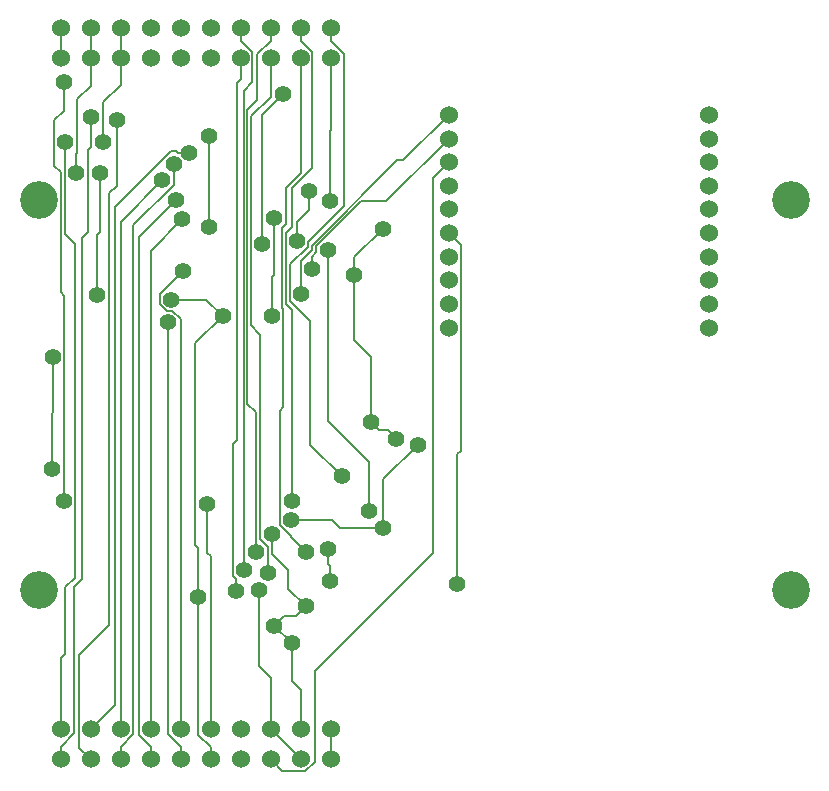
<source format=gbl>
*
*
G04 PADS 9.3.1 Build Number: 456998 generated Gerber (RS-274-X) file*
G04 PC Version=2.1*
*
%IN "DistanceRadioRover.pcb"*%
*
%MOIN*%
*
%FSLAX35Y35*%
*
*
*
*
G04 PC Standard Apertures*
*
*
G04 Thermal Relief Aperture macro.*
%AMTER*
1,1,$1,0,0*
1,0,$1-$2,0,0*
21,0,$3,$4,0,0,45*
21,0,$3,$4,0,0,135*
%
*
*
G04 Annular Aperture macro.*
%AMANN*
1,1,$1,0,0*
1,0,$2,0,0*
%
*
*
G04 Odd Aperture macro.*
%AMODD*
1,1,$1,0,0*
1,0,$1-0.005,0,0*
%
*
*
G04 PC Custom Aperture Macros*
*
*
*
*
*
*
G04 PC Aperture Table*
*
%ADD010C,0.001*%
%ADD026C,0.06*%
%ADD033C,0.006*%
%ADD037C,0.055*%
%ADD194C,0.12598*%
*
*
*
*
G04 PC Circuitry*
G04 Layer Name DistanceRadioRover.pcb - circuitry*
%LPD*%
*
*
G04 PC Custom Flashes*
G04 Layer Name DistanceRadioRover.pcb - flashes*
%LPD*%
*
*
G04 PC Circuitry*
G04 Layer Name DistanceRadioRover.pcb - circuitry*
%LPD*%
*
G54D10*
G54D26*
G01X21067Y8508D03*
Y18508D03*
X31067Y8508D03*
Y18508D03*
X41067Y8508D03*
Y18508D03*
X51067Y8508D03*
Y18508D03*
X61067Y8508D03*
Y18508D03*
X71067Y8508D03*
Y18508D03*
X81067Y8508D03*
Y18508D03*
X91067Y8508D03*
Y18508D03*
X101067Y8508D03*
Y18508D03*
X111067Y8508D03*
Y18508D03*
X21067Y242258D03*
Y252258D03*
X31067Y242258D03*
Y252258D03*
X41067Y242258D03*
Y252258D03*
X51067Y242258D03*
Y252258D03*
X61067Y242258D03*
Y252258D03*
X71067Y242258D03*
Y252258D03*
X81067Y242258D03*
Y252258D03*
X91067Y242258D03*
Y252258D03*
X101067Y242258D03*
Y252258D03*
X111067Y242258D03*
Y252258D03*
X237134Y223299D03*
Y215425D03*
Y207551D03*
Y199677D03*
Y191803D03*
Y183929D03*
Y176055D03*
Y168181D03*
Y160307D03*
Y152433D03*
X150520Y223299D03*
Y215425D03*
Y207551D03*
Y199677D03*
Y191803D03*
Y183929D03*
Y176055D03*
Y168181D03*
Y160307D03*
Y152433D03*
G54D33*
X102610Y4535D02*
X105827Y7752D01*
Y38055*
X145134Y77362*
Y202165*
X150520Y207551*
X102610Y4535D02*
X95039D01*
X91067Y8508*
X21067Y18508D02*
Y42131D01*
X22677Y43742*
Y65957*
X25823Y69103*
Y180303*
X21067Y8508D02*
Y12700D01*
X25701Y17334*
Y65957*
X28220Y68477*
Y182173*
X30236Y184189*
Y211654*
X31244Y212661*
Y222740*
X41067Y18508D02*
Y187713D01*
X54929Y201575*
X41067Y8508D02*
Y12700D01*
X45354Y16988*
Y186457*
X58961Y200063*
Y207118*
X31067Y18508D02*
X39307Y26748D01*
Y192626*
X57830Y211150*
X59620*
X31067Y8508D02*
X27167Y12408D01*
Y43238*
X61067Y18508D02*
Y155245D01*
X58327Y157984*
X56570*
X54303Y160252*
Y163657*
X61067Y8508D02*
Y12700D01*
X56945Y16822*
Y154205*
X51067Y18508D02*
Y178059D01*
X61480Y188472*
X51067Y8508D02*
Y12700D01*
X47167Y16600*
Y182726*
X71067Y18508D02*
Y76335D01*
X70047Y77354*
Y93732*
X71067Y8508D02*
Y12700D01*
X67024Y16744*
Y62488*
X101067Y18508D02*
Y31664D01*
X98268Y34464*
Y47370*
X101067Y8508D02*
X91067Y18508D01*
Y35657*
X91067D02*
X87181Y39542D01*
Y65008*
X111067Y8508D02*
Y18508D01*
X27167Y43238D02*
X37291Y53362D01*
Y197132*
X39811Y199652*
Y221732*
X98268Y47370D02*
X92220Y52913D01*
X67024Y62488D02*
Y78866D01*
X66016Y79874*
X79622Y64504D02*
Y68535D01*
X78492Y69666*
X92220Y52913D02*
X95496Y56189D01*
X99528*
X102803Y59465*
X110866Y68031D02*
Y73071D01*
X110362Y73575*
Y78614*
X102803Y59465D02*
X97038Y65229D01*
Y71780*
X91717Y77102*
Y83654*
X153197Y67024D02*
Y110134D01*
X154420Y111357*
Y180029*
X66016Y79874D02*
Y147150D01*
X75087Y156220*
X78492Y69666D02*
Y113767D01*
X79838Y115113*
Y233983*
X81067Y235212*
Y242258*
X82142Y71559D02*
Y100834D01*
X82139Y100837*
X90205Y70551D02*
Y79370D01*
X87685Y81890*
Y150031*
X84539Y153177*
Y222875*
X86173Y77606D02*
Y124125D01*
X83339Y126959*
Y224955*
X102803Y77606D02*
X97794Y82615D01*
Y82867*
X94114Y86548*
Y124602*
X128504Y85669D02*
Y101795D01*
X140094Y113386*
X128504Y85669D02*
X114142D01*
X111622Y88189*
X97764*
X18142Y105323D02*
Y123717D01*
X18646Y124220*
Y142614*
X22173Y94740D02*
Y119685D01*
X22296Y119807*
Y163122*
X82139Y100837D02*
Y231441D01*
X84967Y234269*
X98268Y94740D02*
Y158255D01*
X96130Y160393*
Y183965*
X114898Y102803D02*
X104315Y113386D01*
Y154759*
X97641Y161432*
X123969Y91213D02*
Y107591D01*
X110362Y121197*
Y178394*
X94114Y124602D02*
X95367Y125855D01*
Y158596*
X133039Y115402D02*
X130268Y118173D01*
X127244*
X124472Y120945*
Y142614*
X118929Y148157*
Y169827*
X22296Y163122D02*
X21165Y164253D01*
Y204206*
X19027Y206344*
Y221610*
X33260Y163276D02*
Y183181D01*
X34268Y184189*
Y204094*
X54303Y163657D02*
X61984Y171339D01*
X75087Y156220D02*
X69543Y161764D01*
X57953*
X95367Y158596D02*
X94930Y159033D01*
Y185493*
X97641Y161432D02*
Y173522D01*
X103524Y179405*
Y181064*
X115402Y192941*
X91717Y156220D02*
Y169323D01*
X92220Y169827*
Y188976*
X101291Y163780D02*
Y168819D01*
X101169Y168941*
Y174751*
X25823Y180303D02*
X22555Y183571D01*
Y208004*
X47167Y182726D02*
X59465Y195024D01*
X70551Y185953D02*
Y216189D01*
X96130Y183965D02*
X98268Y186103D01*
Y199089*
X104967Y205789*
Y244166*
X94930Y185493D02*
X96252Y186815D01*
Y199089*
X101067Y203904*
Y242258*
X101169Y174751D02*
X104819Y178401D01*
Y179709*
X133240Y208131*
X135351*
X150520Y223299*
X99780Y181417D02*
Y187717D01*
X103811Y191748*
Y198047*
X88189Y180409D02*
Y223244D01*
X95244Y230299*
X118929Y169827D02*
Y175874D01*
X128504Y185449*
X104819Y171843D02*
Y176102D01*
X106331Y177614*
Y179524*
X121326Y194520*
X129614*
X150520Y215425*
X154420Y180029D02*
X150520Y183929D01*
X22555Y208004D02*
X22677Y208126D01*
Y214173*
X26205Y204094D02*
Y210142D01*
X26709Y210646*
Y228683*
X31067Y233041*
Y242258*
X115402Y192941D02*
Y243731D01*
X111067Y248066*
Y252258*
X110866Y194520D02*
Y218163D01*
X111067Y218364*
Y242258*
X19027Y221610D02*
X22173Y224756D01*
Y234331*
X35276Y214173D02*
Y227463D01*
X41067Y233254*
Y242258*
X64000Y210646D02*
X60124D01*
X59620Y211150*
X83339Y224955D02*
X86677Y228293D01*
Y243676*
X91067Y248066*
Y252258*
X84539Y222875D02*
X91067Y229403D01*
Y242258*
X21067D02*
Y252258D01*
X41067Y242258D02*
Y252258D01*
X31067Y242258D02*
Y252258D01*
X84967Y234269D02*
Y244166D01*
X81067Y248066*
Y252258*
X104967Y244166D02*
X101067Y248066D01*
Y252258*
G54D37*
X98268Y47370D03*
X67024Y62488D03*
X79622Y64504D03*
X87181Y65008D03*
X92220Y52913D03*
X110866Y68031D03*
X102803Y59465D03*
X153197Y67024D03*
X97764Y88189D03*
X91717Y83654D03*
X82142Y71559D03*
X90205Y70551D03*
X86173Y77606D03*
X110362Y78614D03*
X102803Y77606D03*
X128504Y85669D03*
X18142Y105323D03*
X22173Y94740D03*
X70047Y93732D03*
X98268Y94740D03*
X114898Y102803D03*
X123969Y91213D03*
X140094Y113386D03*
X133039Y115402D03*
X124472Y120945D03*
X18646Y142614D03*
X33260Y163276D03*
X56945Y154205D03*
X57953Y161764D03*
X75087Y156220D03*
X91717D03*
X101291Y163780D03*
X61480Y188472D03*
X61984Y171339D03*
X70551Y185953D03*
X99780Y181417D03*
X88189Y180409D03*
X118929Y169827D03*
X104819Y171843D03*
X110362Y178394D03*
X128504Y185449D03*
X26205Y204094D03*
X34268D03*
X58961Y207118D03*
X54929Y201575D03*
X59465Y195024D03*
X92220Y188976D03*
X103811Y198047D03*
X110866Y194520D03*
X35276Y214173D03*
X31244Y222740D03*
X22677Y214173D03*
X39811Y221732D03*
X70551Y216189D03*
X64000Y210646D03*
X22173Y234331D03*
X95244Y230299D03*
G54D194*
X13780Y64961D03*
Y194882D03*
X264567D03*
Y64961D03*
X0Y0D02*
M02*

</source>
